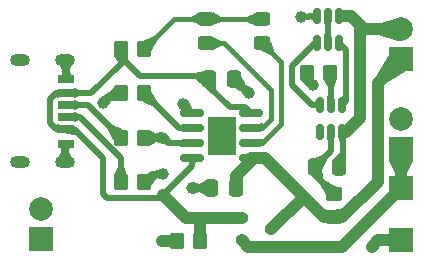
<source format=gbr>
%TF.GenerationSoftware,KiCad,Pcbnew,9.0.7-9.0.7~ubuntu24.04.1*%
%TF.CreationDate,2026-01-27T10:33:44-05:00*%
%TF.ProjectId,battery-charging-experimentation,62617474-6572-4792-9d63-68617267696e,rev?*%
%TF.SameCoordinates,Original*%
%TF.FileFunction,Copper,L1,Top*%
%TF.FilePolarity,Positive*%
%FSLAX46Y46*%
G04 Gerber Fmt 4.6, Leading zero omitted, Abs format (unit mm)*
G04 Created by KiCad (PCBNEW 9.0.7-9.0.7~ubuntu24.04.1) date 2026-01-27 10:33:44*
%MOMM*%
%LPD*%
G01*
G04 APERTURE LIST*
G04 Aperture macros list*
%AMRoundRect*
0 Rectangle with rounded corners*
0 $1 Rounding radius*
0 $2 $3 $4 $5 $6 $7 $8 $9 X,Y pos of 4 corners*
0 Add a 4 corners polygon primitive as box body*
4,1,4,$2,$3,$4,$5,$6,$7,$8,$9,$2,$3,0*
0 Add four circle primitives for the rounded corners*
1,1,$1+$1,$2,$3*
1,1,$1+$1,$4,$5*
1,1,$1+$1,$6,$7*
1,1,$1+$1,$8,$9*
0 Add four rect primitives between the rounded corners*
20,1,$1+$1,$2,$3,$4,$5,0*
20,1,$1+$1,$4,$5,$6,$7,0*
20,1,$1+$1,$6,$7,$8,$9,0*
20,1,$1+$1,$8,$9,$2,$3,0*%
G04 Aperture macros list end*
%TA.AperFunction,ComponentPad*%
%ADD10C,2.000000*%
%TD*%
%TA.AperFunction,ComponentPad*%
%ADD11R,2.000000X2.000000*%
%TD*%
%TA.AperFunction,SMDPad,CuDef*%
%ADD12RoundRect,0.250000X0.350000X0.450000X-0.350000X0.450000X-0.350000X-0.450000X0.350000X-0.450000X0*%
%TD*%
%TA.AperFunction,SMDPad,CuDef*%
%ADD13RoundRect,0.250000X0.337500X0.475000X-0.337500X0.475000X-0.337500X-0.475000X0.337500X-0.475000X0*%
%TD*%
%TA.AperFunction,SMDPad,CuDef*%
%ADD14RoundRect,0.250000X-0.350000X-0.450000X0.350000X-0.450000X0.350000X0.450000X-0.350000X0.450000X0*%
%TD*%
%TA.AperFunction,SMDPad,CuDef*%
%ADD15R,1.400000X0.800000*%
%TD*%
%TA.AperFunction,ComponentPad*%
%ADD16O,1.700000X1.000000*%
%TD*%
%TA.AperFunction,SMDPad,CuDef*%
%ADD17RoundRect,0.250000X0.450000X-0.350000X0.450000X0.350000X-0.450000X0.350000X-0.450000X-0.350000X0*%
%TD*%
%TA.AperFunction,SMDPad,CuDef*%
%ADD18RoundRect,0.250000X0.450000X-0.325000X0.450000X0.325000X-0.450000X0.325000X-0.450000X-0.325000X0*%
%TD*%
%TA.AperFunction,SMDPad,CuDef*%
%ADD19R,1.070000X0.600000*%
%TD*%
%TA.AperFunction,SMDPad,CuDef*%
%ADD20R,2.000000X2.000000*%
%TD*%
%TA.AperFunction,SMDPad,CuDef*%
%ADD21RoundRect,0.150000X-0.150000X0.512500X-0.150000X-0.512500X0.150000X-0.512500X0.150000X0.512500X0*%
%TD*%
%TA.AperFunction,SMDPad,CuDef*%
%ADD22RoundRect,0.250000X-0.337500X-0.475000X0.337500X-0.475000X0.337500X0.475000X-0.337500X0.475000X0*%
%TD*%
%TA.AperFunction,SMDPad,CuDef*%
%ADD23RoundRect,0.150000X-0.825000X-0.150000X0.825000X-0.150000X0.825000X0.150000X-0.825000X0.150000X0*%
%TD*%
%TA.AperFunction,HeatsinkPad*%
%ADD24C,0.500000*%
%TD*%
%TA.AperFunction,HeatsinkPad*%
%ADD25R,2.410000X3.300000*%
%TD*%
%TA.AperFunction,ViaPad*%
%ADD26C,1.000000*%
%TD*%
%TA.AperFunction,Conductor*%
%ADD27C,1.000000*%
%TD*%
%TA.AperFunction,Conductor*%
%ADD28C,0.400000*%
%TD*%
%TA.AperFunction,Conductor*%
%ADD29C,0.500000*%
%TD*%
%TA.AperFunction,Conductor*%
%ADD30C,0.250000*%
%TD*%
G04 APERTURE END LIST*
D10*
%TO.P,Extra1,2,2*%
%TO.N,unconnected-(Extra1-Pad2)*%
X56750000Y-65330000D03*
D11*
%TO.P,Extra1,1,1*%
%TO.N,unconnected-(Extra1-Pad1)*%
X56750000Y-67870000D03*
%TD*%
%TO.P,Battery1,1,1*%
%TO.N,BATT+*%
X87230000Y-52630000D03*
D10*
%TO.P,Battery1,2,2*%
%TO.N,/Raw Bat -*%
X87230000Y-50090000D03*
%TD*%
D12*
%TO.P,R5,1*%
%TO.N,Net-(U2-CSI)*%
X81250000Y-53750000D03*
%TO.P,R5,2*%
%TO.N,GND*%
X79250000Y-53750000D03*
%TD*%
D13*
%TO.P,C1,1*%
%TO.N,BATT+*%
X73250000Y-63500000D03*
%TO.P,C1,2*%
%TO.N,GND*%
X71175000Y-63500000D03*
%TD*%
D12*
%TO.P,R2,1*%
%TO.N,/VBUS*%
X70250000Y-68000000D03*
%TO.P,R2,2*%
%TO.N,GND*%
X68250000Y-68000000D03*
%TD*%
D14*
%TO.P,R_PROG1,1*%
%TO.N,GND*%
X63500000Y-55500000D03*
%TO.P,R_PROG1,2*%
%TO.N,Net-(U3-PROG)*%
X65500000Y-55500000D03*
%TD*%
D15*
%TO.P,J1,A5,CC1*%
%TO.N,Net-(J1-CC1)*%
X58900000Y-56500000D03*
%TO.P,J1,A9,VBUS*%
%TO.N,/VBUS*%
X58900000Y-58520000D03*
%TO.P,J1,A12,GND*%
%TO.N,GND*%
X58900000Y-59750000D03*
%TO.P,J1,B5,CC2*%
%TO.N,Net-(J1-CC2)*%
X58900000Y-57500000D03*
%TO.P,J1,B9,VBUS*%
%TO.N,/VBUS*%
X58900000Y-55480000D03*
%TO.P,J1,B12,GND*%
%TO.N,GND*%
X58900000Y-54250000D03*
D16*
%TO.P,J1,S1,SHIELD*%
X58800000Y-52680000D03*
X55000000Y-52680000D03*
X58800000Y-61320000D03*
X55000000Y-61320000D03*
%TD*%
D14*
%TO.P,R_CC2,1*%
%TO.N,Net-(J1-CC2)*%
X63500000Y-63000000D03*
%TO.P,R_CC2,2*%
%TO.N,GND*%
X65500000Y-63000000D03*
%TD*%
D17*
%TO.P,R6,1*%
%TO.N,BATT+*%
X81550000Y-66000000D03*
%TO.P,R6,2*%
%TO.N,Net-(U2-VDD)*%
X81550000Y-64000000D03*
%TD*%
D18*
%TO.P,D1,1,K*%
%TO.N,Net-(D1-K)*%
X70750000Y-51250000D03*
%TO.P,D1,2,A*%
%TO.N,Net-(D1-A)*%
X70750000Y-49200000D03*
%TD*%
D10*
%TO.P,Out1,2,2*%
%TO.N,GND*%
X87230000Y-57710000D03*
D11*
%TO.P,Out1,1,1*%
%TO.N,/VBUS or BATT+*%
X87230000Y-60250000D03*
%TD*%
D19*
%TO.P,Q2,1,G*%
%TO.N,/VBUS*%
X73770000Y-66050000D03*
%TO.P,Q2,2,S*%
%TO.N,/VBUS or BATT+*%
X73770000Y-67950000D03*
%TO.P,Q2,3,D*%
%TO.N,BATT+*%
X76250000Y-67000000D03*
%TD*%
D20*
%TO.P,D3,1,K*%
%TO.N,/VBUS or BATT+*%
X87250000Y-63550000D03*
%TO.P,D3,2,A*%
%TO.N,GND*%
X87250000Y-67950000D03*
%TD*%
D21*
%TO.P,U2,1,OD*%
%TO.N,/Discharge control*%
X82250000Y-56475000D03*
%TO.P,U2,2,CSI*%
%TO.N,Net-(U2-CSI)*%
X81300000Y-56475000D03*
%TO.P,U2,3,OC*%
%TO.N,/Charge control*%
X80350000Y-56475000D03*
%TO.P,U2,4,TD*%
%TO.N,unconnected-(U2-TD-Pad4)*%
X80350000Y-58750000D03*
%TO.P,U2,5,VDD*%
%TO.N,Net-(U2-VDD)*%
X81300000Y-58750000D03*
%TO.P,U2,6,VSS*%
%TO.N,/Raw Bat -*%
X82250000Y-58750000D03*
%TD*%
D22*
%TO.P,C2,1*%
%TO.N,/VBUS*%
X71000000Y-54250000D03*
%TO.P,C2,2*%
%TO.N,GND*%
X73075000Y-54250000D03*
%TD*%
D12*
%TO.P,R1,1*%
%TO.N,Net-(D1-A)*%
X65500000Y-51750000D03*
%TO.P,R1,2*%
%TO.N,/VBUS*%
X63500000Y-51750000D03*
%TD*%
D14*
%TO.P,R_CC1,1*%
%TO.N,Net-(J1-CC1)*%
X63500000Y-59250000D03*
%TO.P,R_CC1,2*%
%TO.N,GND*%
X65500000Y-59250000D03*
%TD*%
D21*
%TO.P,Q1,1,D*%
%TO.N,/Raw Bat -*%
X82000000Y-48975000D03*
%TO.P,Q1,2,S*%
%TO.N,Net-(Q1A-S)*%
X81050000Y-48975000D03*
%TO.P,Q1,3,D*%
%TO.N,GND*%
X80100000Y-48975000D03*
%TO.P,Q1,4,G*%
%TO.N,/Charge control*%
X80100000Y-51250000D03*
%TO.P,Q1,5,S*%
%TO.N,Net-(Q1A-S)*%
X81050000Y-51250000D03*
%TO.P,Q1,6,G*%
%TO.N,/Discharge control*%
X82000000Y-51250000D03*
%TD*%
D23*
%TO.P,U3,1,TEMP*%
%TO.N,GND*%
X69575000Y-57190000D03*
%TO.P,U3,2,PROG*%
%TO.N,Net-(U3-PROG)*%
X69575000Y-58460000D03*
%TO.P,U3,3,GND*%
%TO.N,GND*%
X69575000Y-59730000D03*
%TO.P,U3,4,V_{CC}*%
%TO.N,/VBUS*%
X69575000Y-61000000D03*
%TO.P,U3,5,BAT*%
%TO.N,BATT+*%
X74525000Y-61000000D03*
%TO.P,U3,6,~{STDBY}*%
%TO.N,Net-(D2-K)*%
X74525000Y-59730000D03*
%TO.P,U3,7,~{CHRG}*%
%TO.N,Net-(D1-K)*%
X74525000Y-58460000D03*
%TO.P,U3,8,CE*%
%TO.N,/VBUS*%
X74525000Y-57190000D03*
D24*
%TO.P,U3,9,EPAD*%
%TO.N,GND*%
X71350000Y-57895000D03*
X71350000Y-59095000D03*
X71350000Y-60295000D03*
D25*
X72050000Y-59095000D03*
D24*
X72750000Y-57895000D03*
X72750000Y-59095000D03*
X72750000Y-60295000D03*
%TD*%
D13*
%TO.P,C3,1*%
%TO.N,/Raw Bat -*%
X82000000Y-61750000D03*
%TO.P,C3,2*%
%TO.N,Net-(U2-VDD)*%
X79925000Y-61750000D03*
%TD*%
D18*
%TO.P,D2,1,K*%
%TO.N,Net-(D2-K)*%
X75500000Y-51275000D03*
%TO.P,D2,2,A*%
%TO.N,Net-(D1-A)*%
X75500000Y-49225000D03*
%TD*%
D26*
%TO.N,GND*%
X67000000Y-59250000D03*
X69508884Y-63508884D03*
X74329778Y-55480726D03*
X62036975Y-56286975D03*
X68750000Y-56365000D03*
X78750000Y-49000000D03*
X79802682Y-54830692D03*
X84750000Y-68500000D03*
X67116116Y-62366116D03*
X67000000Y-68000000D03*
%TD*%
D27*
%TO.N,/VBUS*%
X73770000Y-66050000D02*
X70250000Y-66050000D01*
X70250000Y-68000000D02*
X70250000Y-66050000D01*
%TO.N,GND*%
X87250000Y-67950000D02*
X85300000Y-67950000D01*
X85300000Y-67950000D02*
X84750000Y-68500000D01*
%TO.N,/VBUS or BATT+*%
X73770000Y-67950000D02*
X74320000Y-68500000D01*
X74320000Y-68500000D02*
X82250000Y-68500000D01*
X82250000Y-68500000D02*
X87200000Y-63550000D01*
X87200000Y-63550000D02*
X87250000Y-63550000D01*
%TO.N,BATT+*%
X81550000Y-66000000D02*
X82250000Y-66000000D01*
X82250000Y-66000000D02*
X85250000Y-63000000D01*
X85250000Y-63000000D02*
X85250000Y-54610000D01*
X85250000Y-54610000D02*
X87230000Y-52630000D01*
%TO.N,/Raw Bat -*%
X82601000Y-58750000D02*
X83750000Y-57601000D01*
X83750000Y-57601000D02*
X83750000Y-49750000D01*
X87230000Y-50090000D02*
X84090000Y-50090000D01*
X84090000Y-50090000D02*
X83750000Y-49750000D01*
X83750000Y-49750000D02*
X82975000Y-48975000D01*
X82975000Y-48975000D02*
X82351000Y-48975000D01*
%TO.N,/VBUS or BATT+*%
X87230000Y-60250000D02*
X87230000Y-63530000D01*
X87230000Y-63530000D02*
X87250000Y-63550000D01*
%TO.N,BATT+*%
X76250000Y-67000000D02*
X79000000Y-64250000D01*
X73250000Y-63500000D02*
X73250000Y-62500000D01*
X80750000Y-66000000D02*
X81550000Y-66000000D01*
X75250000Y-61000000D02*
X75750000Y-61000000D01*
X79000000Y-64250000D02*
X80750000Y-66000000D01*
X75750000Y-61000000D02*
X79000000Y-64250000D01*
X74525000Y-61000000D02*
X75250000Y-61000000D01*
X73250000Y-62500000D02*
X74525000Y-61225000D01*
X74525000Y-61225000D02*
X74525000Y-61000000D01*
D28*
%TO.N,Net-(D1-A)*%
X70750000Y-49200000D02*
X68050000Y-49200000D01*
X70775000Y-49225000D02*
X70750000Y-49200000D01*
X75500000Y-49225000D02*
X70775000Y-49225000D01*
X68050000Y-49200000D02*
X65500000Y-51750000D01*
%TO.N,Net-(D1-K)*%
X72239344Y-51250000D02*
X70750000Y-51250000D01*
X75437652Y-58460000D02*
X76201000Y-57696652D01*
X76201000Y-55211656D02*
X72239344Y-51250000D01*
X76201000Y-57696652D02*
X76201000Y-55211656D01*
X74525000Y-58460000D02*
X75437652Y-58460000D01*
%TO.N,Net-(D2-K)*%
X74525000Y-59730000D02*
X75499999Y-59730000D01*
X75499999Y-59730000D02*
X77101999Y-58128000D01*
X77101999Y-52876999D02*
X75500000Y-51275000D01*
X77101999Y-58128000D02*
X77101999Y-52876999D01*
D29*
%TO.N,Net-(J1-CC2)*%
X58900000Y-57500000D02*
X60019026Y-57500000D01*
X63500000Y-60980974D02*
X63500000Y-63000000D01*
X60019026Y-57500000D02*
X63500000Y-60980974D01*
%TO.N,Net-(J1-CC1)*%
X60750000Y-56500000D02*
X63500000Y-59250000D01*
X58900000Y-56500000D02*
X60750000Y-56500000D01*
%TO.N,Net-(Q1A-S)*%
X81050000Y-48975000D02*
X81050000Y-51250000D01*
%TO.N,Net-(U2-CSI)*%
X81300000Y-56475000D02*
X81300000Y-54050000D01*
D30*
X81300000Y-54050000D02*
X81250000Y-54000000D01*
D29*
%TO.N,Net-(U2-VDD)*%
X81300000Y-58750000D02*
X81300000Y-60375000D01*
X81550000Y-64000000D02*
X79925000Y-62375000D01*
X79925000Y-62375000D02*
X79925000Y-61750000D01*
X81300000Y-60375000D02*
X79925000Y-61750000D01*
%TO.N,Net-(U3-PROG)*%
X69575000Y-58460000D02*
X68460000Y-58460000D01*
X68460000Y-58460000D02*
X65500000Y-55500000D01*
%TO.N,/Raw Bat -*%
X82000000Y-61750000D02*
X82351000Y-61399000D01*
D30*
X82250000Y-61500000D02*
X82000000Y-61750000D01*
D29*
X82351000Y-61399000D02*
X82351000Y-58750000D01*
%TO.N,GND*%
X69575000Y-59730000D02*
X67480000Y-59730000D01*
X63500000Y-55500000D02*
X62823950Y-55500000D01*
X79450000Y-49000000D02*
X79475000Y-48975000D01*
X68750000Y-56365000D02*
X69575000Y-57190000D01*
X67480000Y-59730000D02*
X67000000Y-59250000D01*
X67116116Y-62366116D02*
X66133884Y-62366116D01*
X78750000Y-49000000D02*
X79450000Y-49000000D01*
X79580692Y-54830692D02*
X79250000Y-54500000D01*
X74305726Y-55480726D02*
X73075000Y-54250000D01*
X58900000Y-52780000D02*
X58800000Y-52680000D01*
X79802682Y-54830692D02*
X79580692Y-54830692D01*
X71175000Y-63500000D02*
X69517768Y-63500000D01*
D30*
X80100000Y-48975000D02*
X79975000Y-48975000D01*
D29*
X62823950Y-55500000D02*
X62036975Y-56286975D01*
X65500000Y-59250000D02*
X67000000Y-59250000D01*
X58800000Y-61320000D02*
X58800000Y-59850000D01*
X58800000Y-59850000D02*
X58900000Y-59750000D01*
X74329778Y-55480726D02*
X74305726Y-55480726D01*
X79475000Y-48975000D02*
X79975000Y-48975000D01*
X79250000Y-54500000D02*
X79250000Y-53750000D01*
X58900000Y-54250000D02*
X58900000Y-52780000D01*
X69517768Y-63500000D02*
X69508884Y-63508884D01*
X66133884Y-62366116D02*
X65500000Y-63000000D01*
%TO.N,/Charge control*%
X80350000Y-56475000D02*
X79679222Y-56475000D01*
X78024000Y-53180222D02*
X79954222Y-51250000D01*
X79679222Y-56475000D02*
X78024000Y-54819778D01*
D30*
X79954222Y-51250000D02*
X80100000Y-51250000D01*
D29*
X78024000Y-54819778D02*
X78024000Y-53180222D01*
%TO.N,/Discharge control*%
X82549999Y-56175001D02*
X82549999Y-51799999D01*
X82250000Y-56475000D02*
X82549999Y-56175001D01*
X82549999Y-51799999D02*
X82000000Y-51250000D01*
%TO.N,/VBUS*%
X62326000Y-64326000D02*
X66924000Y-64326000D01*
X58900000Y-55480000D02*
X58013200Y-55480000D01*
X58013200Y-55480000D02*
X57500000Y-55993200D01*
X72719000Y-56694000D02*
X74029000Y-56694000D01*
X57500000Y-55993200D02*
X57500000Y-58000000D01*
X57500000Y-58000000D02*
X58020000Y-58520000D01*
D27*
X70250000Y-66050000D02*
X69050000Y-66050000D01*
D29*
X59576800Y-58520000D02*
X62000000Y-60943200D01*
X58900000Y-55480000D02*
X61020000Y-55480000D01*
X67125000Y-64125000D02*
X69575000Y-61675000D01*
X63500000Y-52450000D02*
X63500000Y-51750000D01*
X74029000Y-56694000D02*
X74525000Y-57190000D01*
X58900000Y-58520000D02*
X59576800Y-58520000D01*
X71000000Y-54250000D02*
X71000000Y-54975000D01*
X63500000Y-53000000D02*
X63500000Y-51750000D01*
X63500000Y-53056182D02*
X63500000Y-53000000D01*
X62000000Y-64000000D02*
X62326000Y-64326000D01*
X62000000Y-60943200D02*
X62000000Y-64000000D01*
X65099000Y-54049000D02*
X63500000Y-52450000D01*
X70799000Y-54049000D02*
X65099000Y-54049000D01*
X58020000Y-58520000D02*
X58900000Y-58520000D01*
X69575000Y-61675000D02*
X69575000Y-61000000D01*
X71000000Y-54250000D02*
X70799000Y-54049000D01*
D27*
X69050000Y-66050000D02*
X67125000Y-64125000D01*
D29*
X61020000Y-55480000D02*
X63500000Y-53000000D01*
X66924000Y-64326000D02*
X67125000Y-64125000D01*
X71000000Y-54975000D02*
X72719000Y-56694000D01*
D27*
%TO.N,GND*%
X68250000Y-68000000D02*
X67000000Y-68000000D01*
%TD*%
%TA.AperFunction,Conductor*%
%TO.N,BATT+*%
G36*
X82323345Y-65225146D02*
G01*
X82325149Y-65226622D01*
X83017011Y-65918484D01*
X83020438Y-65926757D01*
X83017011Y-65935030D01*
X83014567Y-65936902D01*
X82249787Y-66376352D01*
X82240907Y-66377502D01*
X82238356Y-66376479D01*
X81554217Y-66003392D01*
X81548595Y-65996422D01*
X81548303Y-65995184D01*
X81443634Y-65411263D01*
X81445547Y-65402515D01*
X81452828Y-65397731D01*
X82314557Y-65223427D01*
X82323345Y-65225146D01*
G37*
%TD.AperFunction*%
%TD*%
%TA.AperFunction,Conductor*%
%TO.N,BATT+*%
G36*
X86239314Y-52219634D02*
G01*
X87226218Y-52627438D01*
X87232553Y-52633761D01*
X87232562Y-52633782D01*
X87640364Y-53620684D01*
X87640357Y-53629639D01*
X87635571Y-53635185D01*
X85884280Y-54685960D01*
X85875422Y-54687278D01*
X85869987Y-54684200D01*
X85175799Y-53990012D01*
X85172372Y-53981739D01*
X85174037Y-53975723D01*
X86224815Y-52224426D01*
X86232009Y-52219097D01*
X86239314Y-52219634D01*
G37*
%TD.AperFunction*%
%TD*%
%TA.AperFunction,Conductor*%
%TO.N,/Raw Bat -*%
G36*
X87031724Y-49113621D02*
G01*
X87037184Y-49120719D01*
X87037359Y-49121467D01*
X87230541Y-50087706D01*
X87230541Y-50092294D01*
X87037359Y-51058532D01*
X87032377Y-51065973D01*
X87023592Y-51067711D01*
X87022844Y-51067536D01*
X85257873Y-50592331D01*
X85250775Y-50586871D01*
X85249215Y-50581033D01*
X85249215Y-49598966D01*
X85252642Y-49590693D01*
X85257870Y-49587669D01*
X87022845Y-49112463D01*
X87031724Y-49113621D01*
G37*
%TD.AperFunction*%
%TD*%
%TA.AperFunction,Conductor*%
%TO.N,/VBUS or BATT+*%
G36*
X87238269Y-60257277D02*
G01*
X87238277Y-60257285D01*
X88224042Y-61244037D01*
X88227465Y-61252312D01*
X88226230Y-61257538D01*
X87733234Y-62243532D01*
X87726469Y-62249400D01*
X87722769Y-62250000D01*
X86737231Y-62250000D01*
X86728958Y-62246573D01*
X86726766Y-62243532D01*
X86233769Y-61257538D01*
X86233134Y-61248606D01*
X86235957Y-61244037D01*
X87221723Y-60257285D01*
X87229994Y-60253854D01*
X87238269Y-60257277D01*
G37*
%TD.AperFunction*%
%TD*%
%TA.AperFunction,Conductor*%
%TO.N,BATT+*%
G36*
X73130184Y-61938242D02*
G01*
X73821255Y-62629313D01*
X73824676Y-62637199D01*
X73837307Y-63019179D01*
X73834155Y-63027561D01*
X73832970Y-63028663D01*
X73259057Y-63492810D01*
X73250470Y-63495348D01*
X73242603Y-63491070D01*
X73242106Y-63490409D01*
X72778950Y-62826786D01*
X72777025Y-62818041D01*
X72777610Y-62815926D01*
X73110981Y-61942342D01*
X73117131Y-61935836D01*
X73126082Y-61935584D01*
X73130184Y-61938242D01*
G37*
%TD.AperFunction*%
%TD*%
%TA.AperFunction,Conductor*%
%TO.N,BATT+*%
G36*
X80755648Y-65293575D02*
G01*
X81078840Y-65332538D01*
X81626495Y-65398564D01*
X81634299Y-65402957D01*
X81636711Y-65411580D01*
X81636672Y-65411870D01*
X81551503Y-65995250D01*
X81546917Y-66002942D01*
X81545992Y-66003565D01*
X80868970Y-66414010D01*
X80860118Y-66415369D01*
X80857599Y-66414433D01*
X80057256Y-66007306D01*
X80051436Y-66000501D01*
X80052133Y-65991573D01*
X80054285Y-65988608D01*
X80745976Y-65296917D01*
X80754248Y-65293491D01*
X80755648Y-65293575D01*
G37*
%TD.AperFunction*%
%TD*%
%TA.AperFunction,Conductor*%
%TO.N,Net-(D1-A)*%
G36*
X70210234Y-48650035D02*
G01*
X70742934Y-49191797D01*
X70746291Y-49200099D01*
X70742934Y-49208203D01*
X70210234Y-49749964D01*
X70201990Y-49753461D01*
X70196759Y-49752275D01*
X69481568Y-49403205D01*
X69475636Y-49396497D01*
X69475000Y-49392691D01*
X69475000Y-49007308D01*
X69478427Y-48999035D01*
X69481566Y-48996794D01*
X70196760Y-48647723D01*
X70205697Y-48647174D01*
X70210234Y-48650035D01*
G37*
%TD.AperFunction*%
%TD*%
%TA.AperFunction,Conductor*%
%TO.N,Net-(D1-A)*%
G36*
X71303353Y-48648042D02*
G01*
X72018717Y-49021718D01*
X72024463Y-49028585D01*
X72025000Y-49032088D01*
X72025000Y-49417461D01*
X72021573Y-49425734D01*
X72018135Y-49428115D01*
X71303116Y-49752591D01*
X71294166Y-49752890D01*
X71289939Y-49750140D01*
X70757064Y-49208201D01*
X70753708Y-49199901D01*
X70757064Y-49191798D01*
X71289594Y-48650209D01*
X71297838Y-48646713D01*
X71303353Y-48648042D01*
G37*
%TD.AperFunction*%
%TD*%
%TA.AperFunction,Conductor*%
%TO.N,Net-(D1-A)*%
G36*
X74960234Y-48675035D02*
G01*
X75492934Y-49216797D01*
X75496291Y-49225099D01*
X75492934Y-49233203D01*
X74960234Y-49774964D01*
X74951990Y-49778461D01*
X74946759Y-49777275D01*
X74231568Y-49428205D01*
X74225636Y-49421497D01*
X74225000Y-49417691D01*
X74225000Y-49032308D01*
X74228427Y-49024035D01*
X74231566Y-49021794D01*
X74946760Y-48672723D01*
X74955697Y-48672174D01*
X74960234Y-48675035D01*
G37*
%TD.AperFunction*%
%TD*%
%TA.AperFunction,Conductor*%
%TO.N,Net-(D1-A)*%
G36*
X66355298Y-50623109D02*
G01*
X66626628Y-50894439D01*
X66630055Y-50902712D01*
X66628883Y-50907817D01*
X66104806Y-51988615D01*
X66098112Y-51994564D01*
X66089816Y-51994326D01*
X65505003Y-51753062D01*
X65498662Y-51746739D01*
X65498018Y-51744666D01*
X65353444Y-51059349D01*
X65355089Y-51050549D01*
X65360237Y-51046201D01*
X66342375Y-50620645D01*
X66351327Y-50620502D01*
X66355298Y-50623109D01*
G37*
%TD.AperFunction*%
%TD*%
%TA.AperFunction,Conductor*%
%TO.N,Net-(D1-K)*%
G36*
X71303238Y-50697723D02*
G01*
X72018432Y-51046794D01*
X72024364Y-51053502D01*
X72025000Y-51057308D01*
X72025000Y-51442691D01*
X72021573Y-51450964D01*
X72018432Y-51453205D01*
X71303240Y-51802275D01*
X71294302Y-51802825D01*
X71289765Y-51799964D01*
X70948806Y-51453205D01*
X70757064Y-51258201D01*
X70753708Y-51249901D01*
X70757064Y-51241798D01*
X71289767Y-50700033D01*
X71298009Y-50696538D01*
X71303238Y-50697723D01*
G37*
%TD.AperFunction*%
%TD*%
%TA.AperFunction,Conductor*%
%TO.N,Net-(D1-K)*%
G36*
X75573736Y-58047220D02*
G01*
X75574668Y-58048057D01*
X75843036Y-58316425D01*
X75846463Y-58324698D01*
X75843036Y-58332971D01*
X75840856Y-58334686D01*
X75503263Y-58540620D01*
X75496191Y-58542291D01*
X74533949Y-58461517D01*
X74525992Y-58457410D01*
X74523291Y-58451067D01*
X74511020Y-58332971D01*
X74494251Y-58171592D01*
X74496804Y-58163012D01*
X74504635Y-58158753D01*
X75565145Y-58044697D01*
X75573736Y-58047220D01*
G37*
%TD.AperFunction*%
%TD*%
%TA.AperFunction,Conductor*%
%TO.N,Net-(D2-K)*%
G36*
X75573957Y-59379713D02*
G01*
X75574381Y-59380117D01*
X75842705Y-59648441D01*
X75846132Y-59656714D01*
X75842705Y-59664987D01*
X75840222Y-59666881D01*
X75503426Y-59858704D01*
X75496091Y-59860135D01*
X74533699Y-59731959D01*
X74525951Y-59727470D01*
X74523578Y-59721244D01*
X74502478Y-59441965D01*
X74505272Y-59433458D01*
X74513264Y-59429417D01*
X74513503Y-59429402D01*
X75565525Y-59376705D01*
X75573957Y-59379713D01*
G37*
%TD.AperFunction*%
%TD*%
%TA.AperFunction,Conductor*%
%TO.N,Net-(D2-K)*%
G36*
X76199709Y-51165344D02*
G01*
X76203600Y-51170203D01*
X76596720Y-52084723D01*
X76596839Y-52093677D01*
X76594244Y-52097617D01*
X76322960Y-52368901D01*
X76314687Y-52372328D01*
X76309476Y-52371104D01*
X75271591Y-51854856D01*
X75265710Y-51848103D01*
X75265986Y-51839919D01*
X75496796Y-51280346D01*
X75503119Y-51274004D01*
X75505755Y-51273255D01*
X76190999Y-51163272D01*
X76199709Y-51165344D01*
G37*
%TD.AperFunction*%
%TD*%
%TA.AperFunction,Conductor*%
%TO.N,Net-(J1-CC2)*%
G36*
X59605136Y-57101926D02*
G01*
X59992408Y-57247153D01*
X59998951Y-57253267D01*
X60000000Y-57258108D01*
X60000000Y-57741892D01*
X59996573Y-57750165D01*
X59992408Y-57752847D01*
X59605139Y-57898072D01*
X59596189Y-57897768D01*
X59595232Y-57897279D01*
X59322916Y-57741892D01*
X58916807Y-57510161D01*
X58911321Y-57503085D01*
X58912445Y-57494201D01*
X58916806Y-57489839D01*
X59595233Y-57102719D01*
X59604116Y-57101596D01*
X59605136Y-57101926D01*
G37*
%TD.AperFunction*%
%TD*%
%TA.AperFunction,Conductor*%
%TO.N,Net-(J1-CC2)*%
G36*
X63750630Y-61703427D02*
G01*
X63753071Y-61706999D01*
X64077651Y-62446766D01*
X64077837Y-62455719D01*
X64074955Y-62459988D01*
X63508018Y-62993455D01*
X63499644Y-62996629D01*
X63491982Y-62993455D01*
X62925044Y-62459988D01*
X62921367Y-62451823D01*
X62922348Y-62446766D01*
X63246929Y-61706999D01*
X63253391Y-61700800D01*
X63257643Y-61700000D01*
X63742357Y-61700000D01*
X63750630Y-61703427D01*
G37*
%TD.AperFunction*%
%TD*%
%TA.AperFunction,Conductor*%
%TO.N,Net-(J1-CC1)*%
G36*
X62693176Y-58085771D02*
G01*
X63640307Y-58546005D01*
X63646250Y-58552703D01*
X63646641Y-58558943D01*
X63501982Y-59244661D01*
X63496921Y-59252049D01*
X63494996Y-59253062D01*
X62909790Y-59494489D01*
X62900835Y-59494476D01*
X62895009Y-59489187D01*
X62767591Y-59250707D01*
X62336216Y-58443333D01*
X62335340Y-58434422D01*
X62338261Y-58429549D01*
X62679790Y-58088020D01*
X62688062Y-58084594D01*
X62693176Y-58085771D01*
G37*
%TD.AperFunction*%
%TD*%
%TA.AperFunction,Conductor*%
%TO.N,Net-(J1-CC1)*%
G36*
X59605136Y-56101926D02*
G01*
X59992408Y-56247153D01*
X59998951Y-56253267D01*
X60000000Y-56258108D01*
X60000000Y-56741892D01*
X59996573Y-56750165D01*
X59992408Y-56752847D01*
X59605139Y-56898072D01*
X59596189Y-56897768D01*
X59595232Y-56897279D01*
X59322916Y-56741892D01*
X58916807Y-56510161D01*
X58911321Y-56503085D01*
X58912445Y-56494201D01*
X58916806Y-56489839D01*
X59595233Y-56102719D01*
X59604116Y-56101596D01*
X59605136Y-56101926D01*
G37*
%TD.AperFunction*%
%TD*%
%TA.AperFunction,Conductor*%
%TO.N,Net-(Q1A-S)*%
G36*
X81297801Y-50290927D02*
G01*
X81301156Y-50297908D01*
X81349572Y-50733650D01*
X81348046Y-50740844D01*
X81060102Y-51233708D01*
X81052970Y-51239123D01*
X81044098Y-51237908D01*
X81039898Y-51233708D01*
X80924720Y-51036562D01*
X80751952Y-50740842D01*
X80750427Y-50733652D01*
X80798844Y-50297908D01*
X80803163Y-50290064D01*
X80810472Y-50287500D01*
X81289528Y-50287500D01*
X81297801Y-50290927D01*
G37*
%TD.AperFunction*%
%TD*%
%TA.AperFunction,Conductor*%
%TO.N,Net-(Q1A-S)*%
G36*
X81055902Y-48987091D02*
G01*
X81060102Y-48991291D01*
X81348046Y-49484155D01*
X81349572Y-49491349D01*
X81301156Y-49927092D01*
X81296837Y-49934936D01*
X81289528Y-49937500D01*
X80810472Y-49937500D01*
X80802199Y-49934073D01*
X80798844Y-49927092D01*
X80779477Y-49752794D01*
X80750427Y-49491346D01*
X80751952Y-49484158D01*
X81039898Y-48991290D01*
X81047030Y-48985876D01*
X81055902Y-48987091D01*
G37*
%TD.AperFunction*%
%TD*%
%TA.AperFunction,Conductor*%
%TO.N,Net-(U2-CSI)*%
G36*
X81258047Y-53756572D02*
G01*
X81825311Y-54290347D01*
X81828988Y-54298512D01*
X81828257Y-54302952D01*
X81552837Y-55042384D01*
X81546738Y-55048941D01*
X81541873Y-55050000D01*
X81057202Y-55050000D01*
X81048929Y-55046573D01*
X81046756Y-55043570D01*
X81024886Y-55000222D01*
X80674580Y-54305882D01*
X80673914Y-54296954D01*
X80676976Y-54292123D01*
X81241980Y-53756600D01*
X81250342Y-53753397D01*
X81258047Y-53756572D01*
G37*
%TD.AperFunction*%
%TD*%
%TA.AperFunction,Conductor*%
%TO.N,Net-(U2-CSI)*%
G36*
X81547801Y-55515927D02*
G01*
X81551156Y-55522908D01*
X81599572Y-55958650D01*
X81598046Y-55965844D01*
X81310102Y-56458708D01*
X81302970Y-56464123D01*
X81294098Y-56462908D01*
X81289898Y-56458708D01*
X81174720Y-56261562D01*
X81001952Y-55965842D01*
X81000427Y-55958652D01*
X81048844Y-55522908D01*
X81053163Y-55515064D01*
X81060472Y-55512500D01*
X81539528Y-55512500D01*
X81547801Y-55515927D01*
G37*
%TD.AperFunction*%
%TD*%
%TA.AperFunction,Conductor*%
%TO.N,Net-(U2-VDD)*%
G36*
X81305902Y-58762091D02*
G01*
X81310102Y-58766291D01*
X81598046Y-59259155D01*
X81599572Y-59266349D01*
X81551156Y-59702092D01*
X81546837Y-59709936D01*
X81539528Y-59712500D01*
X81060472Y-59712500D01*
X81052199Y-59709073D01*
X81048844Y-59702092D01*
X81029477Y-59527794D01*
X81000427Y-59266346D01*
X81001952Y-59259158D01*
X81289898Y-58766290D01*
X81297030Y-58760876D01*
X81305902Y-58762091D01*
G37*
%TD.AperFunction*%
%TD*%
%TA.AperFunction,Conductor*%
%TO.N,Net-(U2-VDD)*%
G36*
X80508479Y-61628530D02*
G01*
X80513552Y-61635909D01*
X80513754Y-61637224D01*
X80616673Y-62708156D01*
X80614054Y-62716719D01*
X80613300Y-62717548D01*
X80271509Y-63059339D01*
X80263236Y-63062766D01*
X80255395Y-63059750D01*
X79613980Y-62480642D01*
X79610136Y-62472555D01*
X79611096Y-62467282D01*
X79921888Y-61754805D01*
X79928336Y-61748594D01*
X79930172Y-61748042D01*
X80499674Y-61626899D01*
X80508479Y-61628530D01*
G37*
%TD.AperFunction*%
%TD*%
%TA.AperFunction,Conductor*%
%TO.N,Net-(U2-VDD)*%
G36*
X80743332Y-62836216D02*
G01*
X81789187Y-63395009D01*
X81794869Y-63401930D01*
X81794489Y-63409790D01*
X81553062Y-63994996D01*
X81546739Y-64001337D01*
X81544661Y-64001982D01*
X80858943Y-64146641D01*
X80850141Y-64144996D01*
X80846005Y-64140307D01*
X80385771Y-63193176D01*
X80385237Y-63184237D01*
X80388019Y-63179791D01*
X80729548Y-62838262D01*
X80737820Y-62834836D01*
X80743332Y-62836216D01*
G37*
%TD.AperFunction*%
%TD*%
%TA.AperFunction,Conductor*%
%TO.N,Net-(U2-VDD)*%
G36*
X80738331Y-60594812D02*
G01*
X81079844Y-60936325D01*
X81083271Y-60944598D01*
X81081841Y-60950203D01*
X80517528Y-61984136D01*
X80510556Y-61989756D01*
X80502796Y-61989347D01*
X79930454Y-61753248D01*
X79924113Y-61746925D01*
X79923337Y-61744110D01*
X79820385Y-61033525D01*
X79822590Y-61024846D01*
X79826923Y-61021289D01*
X80725020Y-60592526D01*
X80733960Y-60592055D01*
X80738331Y-60594812D01*
G37*
%TD.AperFunction*%
%TD*%
%TA.AperFunction,Conductor*%
%TO.N,Net-(U3-PROG)*%
G36*
X68752186Y-58160796D02*
G01*
X69537957Y-58446959D01*
X69544558Y-58453010D01*
X69544947Y-58461957D01*
X69538896Y-58468558D01*
X69536478Y-58469377D01*
X68618330Y-58672302D01*
X68612083Y-58671970D01*
X68187993Y-58529648D01*
X68181240Y-58523767D01*
X68180623Y-58514834D01*
X68183440Y-58510285D01*
X68520427Y-58173298D01*
X68528176Y-58169884D01*
X68747671Y-58160103D01*
X68752186Y-58160796D01*
G37*
%TD.AperFunction*%
%TD*%
%TA.AperFunction,Conductor*%
%TO.N,Net-(U3-PROG)*%
G36*
X66099164Y-55255523D02*
G01*
X66104990Y-55260812D01*
X66663782Y-56306665D01*
X66664659Y-56315577D01*
X66661736Y-56320452D01*
X66320210Y-56661978D01*
X66311937Y-56665405D01*
X66306823Y-56664228D01*
X65359692Y-56203994D01*
X65353749Y-56197296D01*
X65353358Y-56191059D01*
X65498018Y-55505336D01*
X65503078Y-55497950D01*
X65504999Y-55496938D01*
X66090212Y-55255510D01*
X66099164Y-55255523D01*
G37*
%TD.AperFunction*%
%TD*%
%TA.AperFunction,Conductor*%
%TO.N,/Raw Bat -*%
G36*
X82546754Y-58736921D02*
G01*
X82550608Y-58745004D01*
X82550608Y-58745006D01*
X82600359Y-59700191D01*
X82597367Y-59708632D01*
X82589284Y-59712484D01*
X82588675Y-59712500D01*
X82110036Y-59712500D01*
X82101763Y-59709073D01*
X82098716Y-59703758D01*
X82015695Y-59386053D01*
X82016047Y-59379022D01*
X82247323Y-58756207D01*
X82253414Y-58749646D01*
X82257675Y-58748598D01*
X82538314Y-58733931D01*
X82546754Y-58736921D01*
G37*
%TD.AperFunction*%
%TD*%
%TA.AperFunction,Conductor*%
%TO.N,/Raw Bat -*%
G36*
X82597459Y-60443612D02*
G01*
X82600886Y-60451885D01*
X82600885Y-60451999D01*
X82587628Y-61815085D01*
X82584121Y-61823324D01*
X82575815Y-61826670D01*
X82574403Y-61826571D01*
X82005659Y-61751744D01*
X81997903Y-61747267D01*
X81997103Y-61746081D01*
X81586171Y-61048262D01*
X81584926Y-61039394D01*
X81587396Y-61034680D01*
X82097500Y-60444235D01*
X82105502Y-60440216D01*
X82106354Y-60440185D01*
X82589186Y-60440185D01*
X82597459Y-60443612D01*
G37*
%TD.AperFunction*%
%TD*%
%TA.AperFunction,Conductor*%
%TO.N,GND*%
G36*
X68752565Y-59430931D02*
G01*
X69356470Y-59650267D01*
X69545721Y-59719003D01*
X69552327Y-59725048D01*
X69552724Y-59733994D01*
X69546679Y-59740600D01*
X69545721Y-59740997D01*
X68752568Y-60029067D01*
X68747282Y-60029698D01*
X68310408Y-59981156D01*
X68302564Y-59976837D01*
X68300000Y-59969528D01*
X68300000Y-59490471D01*
X68303427Y-59482198D01*
X68310406Y-59478843D01*
X68747286Y-59430301D01*
X68752565Y-59430931D01*
G37*
%TD.AperFunction*%
%TD*%
%TA.AperFunction,Conductor*%
%TO.N,GND*%
G36*
X62908015Y-55081289D02*
G01*
X63282733Y-55345564D01*
X63491469Y-55492778D01*
X63496255Y-55500346D01*
X63494514Y-55508749D01*
X63059183Y-56173556D01*
X63051784Y-56178599D01*
X63045877Y-56178305D01*
X62632968Y-56048125D01*
X62628213Y-56045239D01*
X62284993Y-55702019D01*
X62281566Y-55693746D01*
X62284993Y-55685473D01*
X62285028Y-55685438D01*
X62463215Y-55508749D01*
X62893035Y-55082542D01*
X62901322Y-55079151D01*
X62908015Y-55081289D01*
G37*
%TD.AperFunction*%
%TD*%
%TA.AperFunction,Conductor*%
%TO.N,GND*%
G36*
X69247861Y-56508044D02*
G01*
X69470079Y-56696075D01*
X69692762Y-56884499D01*
X69696864Y-56892459D01*
X69696026Y-56897878D01*
X69580168Y-57179849D01*
X69573854Y-57186199D01*
X69564899Y-57186224D01*
X69564863Y-57186209D01*
X68866901Y-56896705D01*
X68860572Y-56890370D01*
X68860577Y-56881415D01*
X68863107Y-56877629D01*
X68886092Y-56854645D01*
X69232033Y-56508703D01*
X69240305Y-56505277D01*
X69247861Y-56508044D01*
G37*
%TD.AperFunction*%
%TD*%
%TA.AperFunction,Conductor*%
%TO.N,GND*%
G36*
X69171564Y-56097389D02*
G01*
X69171960Y-56098027D01*
X69565024Y-56780735D01*
X69622616Y-56880765D01*
X69623774Y-56889645D01*
X69620749Y-56894876D01*
X69279876Y-57235749D01*
X69271603Y-57239176D01*
X69265765Y-57237616D01*
X68659453Y-56888536D01*
X68483031Y-56786962D01*
X68477572Y-56779865D01*
X68478730Y-56770985D01*
X68479115Y-56770362D01*
X68747992Y-56366247D01*
X68751247Y-56362992D01*
X69155344Y-56094128D01*
X69164128Y-56092399D01*
X69171564Y-56097389D01*
G37*
%TD.AperFunction*%
%TD*%
%TA.AperFunction,Conductor*%
%TO.N,GND*%
G36*
X67422360Y-58981166D02*
G01*
X67789274Y-59476898D01*
X67791570Y-59483858D01*
X67791570Y-59964729D01*
X67788143Y-59973002D01*
X67779870Y-59976429D01*
X67776826Y-59976026D01*
X66913000Y-59743234D01*
X66905903Y-59737772D01*
X66904564Y-59729678D01*
X66998060Y-59254771D01*
X67003018Y-59247321D01*
X67406468Y-58978391D01*
X67415251Y-58976654D01*
X67422360Y-58981166D01*
G37*
%TD.AperFunction*%
%TD*%
%TA.AperFunction,Conductor*%
%TO.N,GND*%
G36*
X67015179Y-61880314D02*
G01*
X67020834Y-61887258D01*
X67021096Y-61888310D01*
X67115866Y-62360642D01*
X67114134Y-62369428D01*
X67114121Y-62369448D01*
X66843772Y-62773713D01*
X66836324Y-62778685D01*
X66829360Y-62777929D01*
X66306914Y-62549548D01*
X66303327Y-62547101D01*
X65965198Y-62208972D01*
X65961771Y-62200699D01*
X65965198Y-62192426D01*
X65970114Y-62189491D01*
X67006273Y-61879403D01*
X67015179Y-61880314D01*
G37*
%TD.AperFunction*%
%TD*%
%TA.AperFunction,Conductor*%
%TO.N,GND*%
G36*
X79036969Y-48591578D02*
G01*
X79037724Y-48592128D01*
X79297692Y-48797803D01*
X79298706Y-48798706D01*
X79639494Y-49139494D01*
X79642921Y-49147767D01*
X79639494Y-49156040D01*
X79635779Y-49158543D01*
X79036677Y-49411973D01*
X79027723Y-49412040D01*
X79022404Y-49407716D01*
X78853524Y-49156040D01*
X78753660Y-49007215D01*
X78751895Y-48998436D01*
X78753647Y-48994195D01*
X79020740Y-48594799D01*
X79028187Y-48589828D01*
X79036969Y-48591578D01*
G37*
%TD.AperFunction*%
%TD*%
%TA.AperFunction,Conductor*%
%TO.N,GND*%
G36*
X79502257Y-54159856D02*
G01*
X79714302Y-54253409D01*
X80067737Y-54409341D01*
X80073923Y-54415815D01*
X80073718Y-54424768D01*
X80072749Y-54426534D01*
X79805382Y-54827641D01*
X79797942Y-54832625D01*
X79797907Y-54832632D01*
X79321759Y-54926372D01*
X79312980Y-54924607D01*
X79308658Y-54919292D01*
X79006535Y-54174961D01*
X79006599Y-54166007D01*
X79012976Y-54159720D01*
X79017376Y-54158861D01*
X79497535Y-54158861D01*
X79502257Y-54159856D01*
G37*
%TD.AperFunction*%
%TD*%
%TA.AperFunction,Conductor*%
%TO.N,GND*%
G36*
X73661751Y-54010665D02*
G01*
X73667528Y-54015863D01*
X73910681Y-54461368D01*
X74231841Y-55049797D01*
X74232796Y-55058699D01*
X74229844Y-55063674D01*
X73888331Y-55405187D01*
X73880058Y-55408614D01*
X73875018Y-55407472D01*
X73624455Y-55287850D01*
X72976923Y-54978710D01*
X72970934Y-54972054D01*
X72970385Y-54966474D01*
X73073337Y-54255889D01*
X73077915Y-54248193D01*
X73080450Y-54246752D01*
X73652798Y-54010652D01*
X73661751Y-54010665D01*
G37*
%TD.AperFunction*%
%TD*%
%TA.AperFunction,Conductor*%
%TO.N,GND*%
G36*
X73801921Y-54619919D02*
G01*
X74596441Y-55058847D01*
X74602025Y-55065847D01*
X74601024Y-55074746D01*
X74600524Y-55075569D01*
X74331787Y-55479475D01*
X74328527Y-55482735D01*
X73924251Y-55751718D01*
X73915465Y-55753448D01*
X73908029Y-55748458D01*
X73907736Y-55747995D01*
X73503954Y-55074746D01*
X73445358Y-54977047D01*
X73444043Y-54968190D01*
X73447118Y-54962759D01*
X73787991Y-54621886D01*
X73796263Y-54618460D01*
X73801921Y-54619919D01*
G37*
%TD.AperFunction*%
%TD*%
%TA.AperFunction,Conductor*%
%TO.N,GND*%
G36*
X70623971Y-62919021D02*
G01*
X71168342Y-63491941D01*
X71171556Y-63500299D01*
X71168342Y-63508059D01*
X70623971Y-64080978D01*
X70615788Y-64084615D01*
X70609880Y-64083187D01*
X70006091Y-63753327D01*
X70000473Y-63746353D01*
X70000000Y-63743059D01*
X70000000Y-63256940D01*
X70003427Y-63248667D01*
X70006089Y-63246673D01*
X70609882Y-62916811D01*
X70618783Y-62915853D01*
X70623971Y-62919021D01*
G37*
%TD.AperFunction*%
%TD*%
%TA.AperFunction,Conductor*%
%TO.N,GND*%
G36*
X69618400Y-63021595D02*
G01*
X70490515Y-63247728D01*
X70497662Y-63253120D01*
X70499277Y-63259052D01*
X70499277Y-63741119D01*
X70495850Y-63749392D01*
X70490723Y-63752388D01*
X69618563Y-63995889D01*
X69609673Y-63994813D01*
X69604148Y-63987766D01*
X69603951Y-63986946D01*
X69508347Y-63511188D01*
X69508347Y-63506579D01*
X69559907Y-63250000D01*
X69603992Y-63030613D01*
X69608982Y-63023179D01*
X69617768Y-63021449D01*
X69618400Y-63021595D01*
G37*
%TD.AperFunction*%
%TD*%
%TA.AperFunction,Conductor*%
%TO.N,GND*%
G36*
X62566851Y-55416225D02*
G01*
X62907724Y-55757098D01*
X62911151Y-55765371D01*
X62909591Y-55771209D01*
X62458938Y-56553942D01*
X62451840Y-56559402D01*
X62442960Y-56558244D01*
X62442317Y-56557845D01*
X62038225Y-56288984D01*
X62034965Y-56285724D01*
X61766104Y-55881632D01*
X61764374Y-55872846D01*
X61769364Y-55865410D01*
X61769980Y-55865027D01*
X62552742Y-55414357D01*
X62561620Y-55413200D01*
X62566851Y-55416225D01*
G37*
%TD.AperFunction*%
%TD*%
%TA.AperFunction,Conductor*%
%TO.N,GND*%
G36*
X66052704Y-58654291D02*
G01*
X66693812Y-58996695D01*
X66699495Y-59003615D01*
X66700000Y-59007015D01*
X66700000Y-59492984D01*
X66696573Y-59501257D01*
X66693812Y-59503304D01*
X66052706Y-59845707D01*
X66043794Y-59846582D01*
X66038538Y-59843259D01*
X65506159Y-59257872D01*
X65503128Y-59249446D01*
X65506159Y-59242128D01*
X65723074Y-59003615D01*
X66038540Y-58656738D01*
X66046640Y-58652925D01*
X66052704Y-58654291D01*
G37*
%TD.AperFunction*%
%TD*%
%TA.AperFunction,Conductor*%
%TO.N,GND*%
G36*
X66899281Y-58764010D02*
G01*
X66904741Y-58771108D01*
X66904914Y-58771845D01*
X67000536Y-59247695D01*
X67000536Y-59252305D01*
X66904914Y-59728154D01*
X66899924Y-59735590D01*
X66891138Y-59737320D01*
X66890401Y-59737147D01*
X66018265Y-59502331D01*
X66011167Y-59496871D01*
X66009607Y-59491033D01*
X66009607Y-59008966D01*
X66013034Y-59000693D01*
X66018262Y-58997669D01*
X66890402Y-58762852D01*
X66899281Y-58764010D01*
G37*
%TD.AperFunction*%
%TD*%
%TA.AperFunction,Conductor*%
%TO.N,GND*%
G36*
X58907730Y-59757781D02*
G01*
X58907750Y-59757803D01*
X59247801Y-60144046D01*
X59250695Y-60152520D01*
X59249452Y-60157073D01*
X59053251Y-60543596D01*
X59046450Y-60549422D01*
X59042818Y-60550000D01*
X58559065Y-60550000D01*
X58550792Y-60546573D01*
X58547736Y-60541222D01*
X58448621Y-60156936D01*
X58449873Y-60148069D01*
X58452195Y-60145254D01*
X58891218Y-59756770D01*
X58899681Y-59753856D01*
X58907730Y-59757781D01*
G37*
%TD.AperFunction*%
%TD*%
%TA.AperFunction,Conductor*%
%TO.N,GND*%
G36*
X59050847Y-60323427D02*
G01*
X59053161Y-60326719D01*
X59296381Y-60843644D01*
X59296802Y-60852589D01*
X59293804Y-60857153D01*
X58808010Y-61313475D01*
X58799634Y-61316641D01*
X58791990Y-61313475D01*
X58306195Y-60857153D01*
X58302511Y-60848991D01*
X58303618Y-60843644D01*
X58546839Y-60326719D01*
X58553462Y-60320692D01*
X58557426Y-60320000D01*
X59042574Y-60320000D01*
X59050847Y-60323427D01*
G37*
%TD.AperFunction*%
%TD*%
%TA.AperFunction,Conductor*%
%TO.N,GND*%
G36*
X79802796Y-48678007D02*
G01*
X79804255Y-48679241D01*
X80092685Y-48966713D01*
X80096126Y-48974981D01*
X80092713Y-48983259D01*
X80092685Y-48983287D01*
X79804255Y-49270758D01*
X79795977Y-49274171D01*
X79794073Y-49274012D01*
X79509777Y-49226629D01*
X79502179Y-49221888D01*
X79500000Y-49215088D01*
X79500000Y-48734911D01*
X79503427Y-48726638D01*
X79509775Y-48723370D01*
X79794075Y-48675987D01*
X79802796Y-48678007D01*
G37*
%TD.AperFunction*%
%TD*%
%TA.AperFunction,Conductor*%
%TO.N,GND*%
G36*
X79257876Y-53757703D02*
G01*
X79259815Y-53759176D01*
X79826205Y-54291195D01*
X79829889Y-54299357D01*
X79829656Y-54302075D01*
X79758173Y-54650476D01*
X79754985Y-54656397D01*
X79412183Y-54999199D01*
X79403910Y-55002626D01*
X79395642Y-54999204D01*
X78838860Y-54443037D01*
X78835430Y-54434766D01*
X78837127Y-54428691D01*
X79241804Y-53761636D01*
X79249025Y-53756342D01*
X79257876Y-53757703D01*
G37*
%TD.AperFunction*%
%TD*%
%TA.AperFunction,Conductor*%
%TO.N,GND*%
G36*
X59150165Y-53453427D02*
G01*
X59152847Y-53457592D01*
X59297358Y-53842955D01*
X59297054Y-53851904D01*
X59294686Y-53855326D01*
X58908283Y-54242696D01*
X58900015Y-54246133D01*
X58891737Y-54242716D01*
X58891717Y-54242696D01*
X58505313Y-53855326D01*
X58501896Y-53847048D01*
X58502640Y-53842959D01*
X58647153Y-53457592D01*
X58653267Y-53451049D01*
X58658108Y-53450000D01*
X59141892Y-53450000D01*
X59150165Y-53453427D01*
G37*
%TD.AperFunction*%
%TD*%
%TA.AperFunction,Conductor*%
%TO.N,GND*%
G36*
X58808510Y-52685995D02*
G01*
X59341082Y-53123781D01*
X59345297Y-53131682D01*
X59344666Y-53136766D01*
X59152778Y-53672247D01*
X59146761Y-53678879D01*
X59141764Y-53680000D01*
X58656665Y-53680000D01*
X58648392Y-53676573D01*
X58646601Y-53674267D01*
X58575093Y-53553662D01*
X58350804Y-53175379D01*
X58349533Y-53166517D01*
X58352290Y-53161458D01*
X58792507Y-52687073D01*
X58800644Y-52683342D01*
X58808510Y-52685995D01*
G37*
%TD.AperFunction*%
%TD*%
%TA.AperFunction,Conductor*%
%TO.N,GND*%
G36*
X66634175Y-62120393D02*
G01*
X66638901Y-62127998D01*
X66639057Y-62129901D01*
X66639057Y-62612290D01*
X66636797Y-62619202D01*
X66106241Y-63343820D01*
X66098589Y-63348471D01*
X66090884Y-63347001D01*
X65849635Y-63205565D01*
X65505017Y-63003527D01*
X65499613Y-62996387D01*
X65499241Y-62993033D01*
X65522933Y-62309577D01*
X65526644Y-62301430D01*
X65532721Y-62298441D01*
X66625455Y-62118357D01*
X66634175Y-62120393D01*
G37*
%TD.AperFunction*%
%TD*%
%TA.AperFunction,Conductor*%
%TO.N,/Charge control*%
G36*
X80052796Y-56178007D02*
G01*
X80054255Y-56179241D01*
X80342685Y-56466713D01*
X80346126Y-56474981D01*
X80342713Y-56483259D01*
X80342685Y-56483287D01*
X80054255Y-56770758D01*
X80045977Y-56774171D01*
X80044073Y-56774012D01*
X79759777Y-56726629D01*
X79752179Y-56721888D01*
X79750000Y-56715088D01*
X79750000Y-56234911D01*
X79753427Y-56226638D01*
X79759775Y-56223370D01*
X80044075Y-56175987D01*
X80052796Y-56178007D01*
G37*
%TD.AperFunction*%
%TD*%
%TA.AperFunction,Conductor*%
%TO.N,/Charge control*%
G36*
X79807099Y-51099224D02*
G01*
X80090385Y-51244017D01*
X80096191Y-51250833D01*
X80095526Y-51259663D01*
X79819569Y-51812079D01*
X79812806Y-51817948D01*
X79803873Y-51817317D01*
X79802951Y-51816803D01*
X79765802Y-51793845D01*
X79763680Y-51792165D01*
X79419887Y-51448372D01*
X79416460Y-51440099D01*
X79419887Y-51431826D01*
X79420385Y-51431356D01*
X79794028Y-51100877D01*
X79802492Y-51097965D01*
X79807099Y-51099224D01*
G37*
%TD.AperFunction*%
%TD*%
%TA.AperFunction,Conductor*%
%TO.N,/Discharge control*%
G36*
X82792722Y-55665922D02*
G01*
X82796149Y-55674195D01*
X82795691Y-55677436D01*
X82552920Y-56519424D01*
X82547335Y-56526424D01*
X82539622Y-56527701D01*
X82258589Y-56477533D01*
X82251047Y-56472706D01*
X82249019Y-56467330D01*
X82175493Y-55817463D01*
X82177968Y-55808860D01*
X82178040Y-55808771D01*
X82296491Y-55666703D01*
X82304421Y-55662543D01*
X82305477Y-55662495D01*
X82784449Y-55662495D01*
X82792722Y-55665922D01*
G37*
%TD.AperFunction*%
%TD*%
%TA.AperFunction,Conductor*%
%TO.N,/Discharge control*%
G36*
X82301076Y-51128998D02*
G01*
X82305500Y-51132237D01*
X82536127Y-51404796D01*
X82681954Y-51577137D01*
X82684682Y-51585666D01*
X82681295Y-51592967D01*
X82340770Y-51933492D01*
X82332497Y-51936919D01*
X82328226Y-51936112D01*
X82224090Y-51895284D01*
X82217639Y-51889074D01*
X82217292Y-51888179D01*
X82002847Y-51259708D01*
X82003418Y-51250773D01*
X82009470Y-51245111D01*
X82292121Y-51128973D01*
X82301076Y-51128998D01*
G37*
%TD.AperFunction*%
%TD*%
%TA.AperFunction,Conductor*%
%TO.N,/VBUS*%
G36*
X58205183Y-55179512D02*
G01*
X58879194Y-55470021D01*
X58885435Y-55476441D01*
X58885307Y-55485395D01*
X58880371Y-55490921D01*
X58205178Y-55877038D01*
X58196295Y-55878170D01*
X58194562Y-55877548D01*
X58041170Y-55808409D01*
X58037705Y-55806015D01*
X57696792Y-55465102D01*
X57693365Y-55456829D01*
X57696792Y-55448556D01*
X57699515Y-55446529D01*
X58195022Y-55179955D01*
X58203929Y-55179055D01*
X58205183Y-55179512D01*
G37*
%TD.AperFunction*%
%TD*%
%TA.AperFunction,Conductor*%
%TO.N,/VBUS*%
G36*
X59603448Y-58321404D02*
G01*
X59604598Y-58322133D01*
X60048441Y-58641229D01*
X60053157Y-58648840D01*
X60051110Y-58657558D01*
X60049883Y-58659001D01*
X59709965Y-58998919D01*
X59701692Y-59002346D01*
X59700577Y-59002293D01*
X58852874Y-58921171D01*
X58844965Y-58916971D01*
X58842342Y-58908409D01*
X58842408Y-58907859D01*
X58898198Y-58526766D01*
X58902787Y-58519079D01*
X58906552Y-58517215D01*
X59594553Y-58320385D01*
X59603448Y-58321404D01*
G37*
%TD.AperFunction*%
%TD*%
%TA.AperFunction,Conductor*%
%TO.N,/VBUS*%
G36*
X59605136Y-55081926D02*
G01*
X59992408Y-55227153D01*
X59998951Y-55233267D01*
X60000000Y-55238108D01*
X60000000Y-55721892D01*
X59996573Y-55730165D01*
X59992408Y-55732847D01*
X59605139Y-55878072D01*
X59596189Y-55877768D01*
X59595232Y-55877279D01*
X59322916Y-55721892D01*
X58916807Y-55490161D01*
X58911321Y-55483085D01*
X58912445Y-55474201D01*
X58916806Y-55469839D01*
X59595233Y-55082719D01*
X59604116Y-55081596D01*
X59605136Y-55081926D01*
G37*
%TD.AperFunction*%
%TD*%
%TA.AperFunction,Conductor*%
%TO.N,/VBUS*%
G36*
X63508717Y-51756835D02*
G01*
X64074742Y-52289807D01*
X64078416Y-52297972D01*
X64077270Y-52303384D01*
X63648563Y-53197239D01*
X63641896Y-53203216D01*
X63632954Y-53202728D01*
X63629741Y-53200452D01*
X63288719Y-52859430D01*
X63287206Y-52857569D01*
X62924413Y-52303886D01*
X62922745Y-52295088D01*
X62926189Y-52288946D01*
X63492677Y-51756836D01*
X63492687Y-51756825D01*
X63501063Y-51753660D01*
X63508717Y-51756835D01*
G37*
%TD.AperFunction*%
%TD*%
%TA.AperFunction,Conductor*%
%TO.N,/VBUS*%
G36*
X64094997Y-51645992D02*
G01*
X64099829Y-51653531D01*
X64100013Y-51655583D01*
X64101035Y-52692633D01*
X64097616Y-52700910D01*
X63755625Y-53042901D01*
X63747352Y-53046328D01*
X63739216Y-53043035D01*
X63126780Y-52450299D01*
X63123220Y-52442085D01*
X63124645Y-52436295D01*
X63496608Y-51754215D01*
X63503577Y-51748595D01*
X63504812Y-51748303D01*
X64086251Y-51644079D01*
X64094997Y-51645992D01*
G37*
%TD.AperFunction*%
%TD*%
%TA.AperFunction,Conductor*%
%TO.N,/VBUS*%
G36*
X70524950Y-53575861D02*
G01*
X70529197Y-53579548D01*
X70994852Y-54241263D01*
X70996811Y-54250001D01*
X70992857Y-54256914D01*
X70423853Y-54740084D01*
X70415329Y-54742827D01*
X70409227Y-54740500D01*
X70243929Y-54615585D01*
X69829646Y-54302510D01*
X69825112Y-54294788D01*
X69825000Y-54293176D01*
X69825000Y-53807509D01*
X69828427Y-53799236D01*
X69833094Y-53796378D01*
X70516025Y-53575150D01*
X70524950Y-53575861D01*
G37*
%TD.AperFunction*%
%TD*%
%TA.AperFunction,Conductor*%
%TO.N,/VBUS*%
G36*
X58205039Y-58122881D02*
G01*
X58880274Y-58509022D01*
X58885755Y-58516104D01*
X58884623Y-58524987D01*
X58879056Y-58529941D01*
X58205204Y-58817342D01*
X58196250Y-58817436D01*
X58195029Y-58816861D01*
X57701424Y-58548690D01*
X57695790Y-58541729D01*
X57696728Y-58532824D01*
X57698733Y-58530139D01*
X58039613Y-58189259D01*
X58043293Y-58186773D01*
X58194653Y-58122277D01*
X58203606Y-58122188D01*
X58205039Y-58122881D01*
G37*
%TD.AperFunction*%
%TD*%
%TA.AperFunction,Conductor*%
%TO.N,/VBUS*%
G36*
X69583258Y-61007285D02*
G01*
X69818034Y-61242844D01*
X69870758Y-61295744D01*
X69874171Y-61304022D01*
X69874012Y-61305926D01*
X69826630Y-61590223D01*
X69821890Y-61597821D01*
X69815089Y-61600000D01*
X69334911Y-61600000D01*
X69326638Y-61596573D01*
X69323370Y-61590223D01*
X69275987Y-61305924D01*
X69278007Y-61297203D01*
X69279236Y-61295749D01*
X69566714Y-61007313D01*
X69574981Y-61003873D01*
X69583258Y-61007285D01*
G37*
%TD.AperFunction*%
%TD*%
%TA.AperFunction,Conductor*%
%TO.N,/VBUS*%
G36*
X71582601Y-54151778D02*
G01*
X71587389Y-54159345D01*
X71587561Y-54161289D01*
X71592179Y-55208771D01*
X71588789Y-55217060D01*
X71588752Y-55217096D01*
X71246889Y-55558959D01*
X71238616Y-55562386D01*
X71230375Y-55558991D01*
X70642745Y-54975851D01*
X70639286Y-54967591D01*
X70640533Y-54962290D01*
X70996645Y-54254554D01*
X71003424Y-54248706D01*
X71005092Y-54248288D01*
X71573866Y-54149813D01*
X71582601Y-54151778D01*
G37*
%TD.AperFunction*%
%TD*%
M02*

</source>
